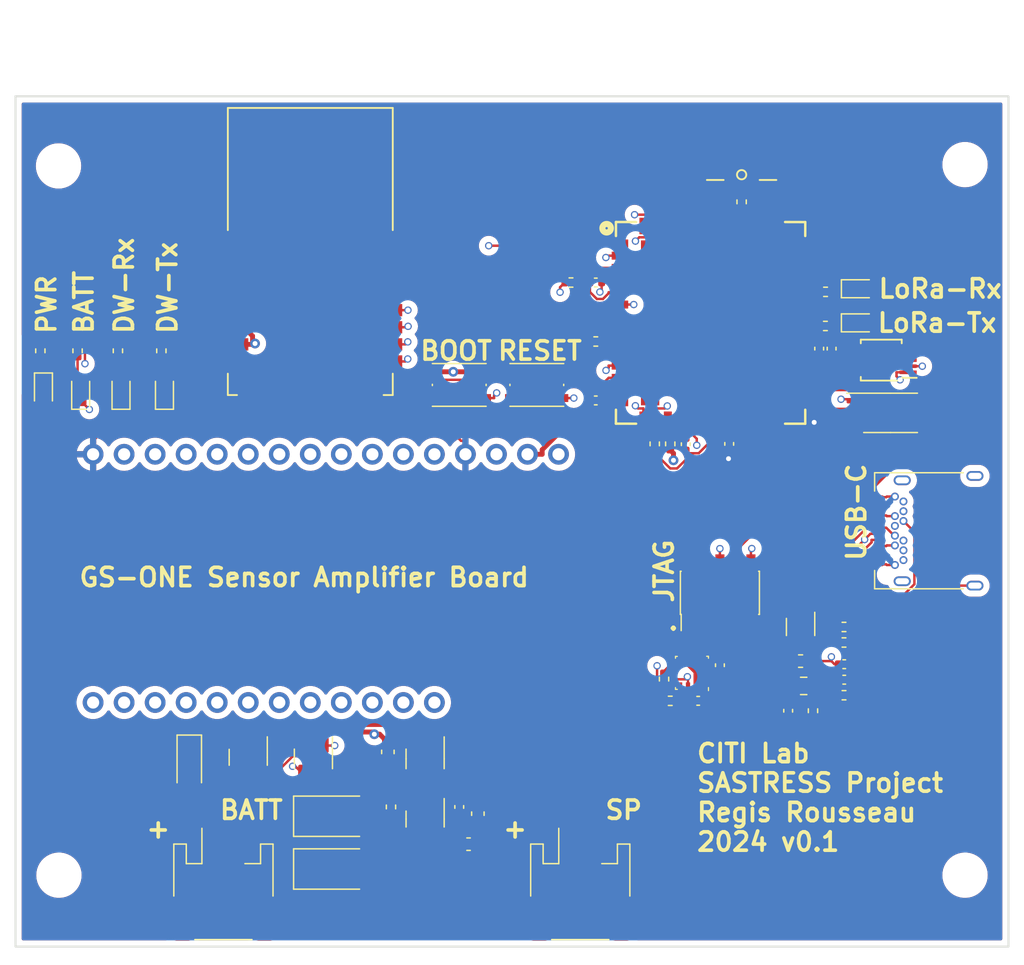
<source format=kicad_pcb>
(kicad_pcb (version 20211014) (generator pcbnew)
  (title_block (title "Lora UWB IoT Board") (date "2024-01-30") (rev "v0.1") (company "CITI Lab"))
  (layers (0 "F.Cu" signal) (1 "In1.Cu" signal) (2 "In2.Cu" signal) (31 "B.Cu" signal) (34 "B.Paste" user) (35 "F.Paste" user) (36 "B.SilkS" user "B.Silkscreen") (37 "F.SilkS" user "F.Silkscreen") (38 "B.Mask" user) (39 "F.Mask" user) (44 "Edge.Cuts" user))
  (net 0 "")
  (net 1 "GND")
  (net 2 "VBAT")
  (net 3 "+BATT")
  (net 4 "+3V3")
  (net 5 "VDD_IN")
  (net 6 "Net-(C105-Pad2)")
  (net 7 "Net-(C106-Pad1)")
  (net 8 "Net-(C107-Pad1)")
  (net 9 "NRST")
  (net 10 "Net-(D100-Pad1)")
  (net 11 "Net-(D101-Pad1)")
  (net 12 "Net-(D101-Pad2)")
  (net 13 "Net-(D102-Pad1)")
  (net 14 "VBUS")
  (net 15 "VDC")
  (net 16 "/STM32WL-MAMWLE-C1/USB_N")
  (net 19 "/STM32WL-MAMWLE-C1/USB_P")
  (net 20 "Net-(D200-Pad2)")
  (net 21 "Net-(D201-Pad2)")
  (net 22 "Net-(J102-PadA5)")
  (net 24 "Net-(J102-PadB5)")
  (net 26 "PA13_SWDIO")
  (net 27 "PA14_SWCLK")
  (net 29 "PA15_JTDI")
  (net 30 "Net-(R104-Pad1)")
  (net 31 "TXLED")
  (net 32 "RXLED")
  (net 33 "DW_IRQ")
  (net 34 "BOOTO")
  (net 35 "BME_SDA")
  (net 36 "BME_SCL")
  (net 37 "LDO_EN")
  (net 40 "DW_WAKEUP")
  (net 41 "DW_RSTn")
  (net 48 "DW_CSn")
  (net 49 "DW_MOSI")
  (net 50 "DW_MISO")
  (net 51 "DW_CLK")
  (net 53 "BME_CLK")
  (net 56 "Net-(CRC200-Pad1)")
  (net 62 "PA11_SWO")
  (net 63 "PB7_RxD1")
  (net 64 "PB6_TxD1")
  (net 65 "ADC0")
  (net 99 "Net-(D202-Pad2)")
  (net 100 "M95_CS")
  (net 101 "M95_CLK")
  (net 102 "M95_MISO")
  (net 103 "M95_MOSI")
  (net 104 "Net-(D203-Pad2)")
  (net 105 "Net-(J201-Pad1)")
  (net 106 "PC0_Tx")
  (net 107 "PC1_Rx")
  (footprint "Mounting_Holes:MountingHole_2.7mm" (layer "F.Cu") (at 58.636 139.088)
    (fp_text reference "MK3" hide)
    (fp_text value "Mounting_Hole_PAD" hide)
  )
  (footprint "Mounting_Holes:MountingHole_2.7mm" (layer "F.Cu") (at 58.6 81.03)
    (fp_text reference "MK1" hide)
    (fp_text value "Mounting_Hole_PAD" hide)
  )
  (footprint "Mounting_Holes:MountingHole_2.7mm" (layer "F.Cu") (at 132.804 80.922)
    (fp_text reference "MK2" hide)
    (fp_text value "Mounting_Hole_PAD" hide)
  )
  (footprint "Mounting_Holes:MountingHole_2.7mm" (layer "F.Cu") (at 132.804 139.088)
    (fp_text reference "MK4" hide)
    (fp_text value "Mounting_Hole_PAD" hide)
  )
  (footprint "Capacitor_SMD:C_0603_1608Metric" (layer "F.Cu") (at 92.926 134.05 -90)
    (fp_text reference "C103" hide)
    (fp_text value "10uF" hide)
  )
  (footprint "Resistor_SMD:R_0402_1005Metric" (layer "F.Cu") (at 67.018 96.162 -90)
    (fp_text reference "R201" hide)
    (fp_text value "1K5" hide)
  )
  (footprint "Connector_JST:JST_PH_S2B-PH-SM4-TB_1x02-1MP_P2.00mm_Horizontal" (layer "F.Cu") (at 101.308 139.85)
    (fp_text reference "J101" hide)
    (fp_text value "JST_PH" hide)
  )
  (footprint "Connector_PinHeader_1.27mm:PinHeader_2x05_P1.27mm_Vertical_SMD" (layer "F.Cu") (at 112.738 115.974 90)
    (fp_text reference "J200" hide)
    (fp_text value "Conn_ARM_JTAG_SWD_10" hide)
  )
  (footprint "RF_Module:DWM1000" (layer "F.Cu") (at 79.21 88.034)
    (fp_text reference "U200" hide)
    (fp_text value "DWM1000" hide)
  )
  (footprint "Capacitor_SMD:C_0402_1005Metric" (layer "F.Cu") (at 121.882 95.984 -90)
    (fp_text reference "C200" hide)
    (fp_text value "100nF" hide)
  )
  (footprint "Package_TO_SOT_SMD:SOT-363_SC-70-6" (layer "F.Cu") (at 119.342 118.768 -90)
    (fp_text reference "D105" hide)
    (fp_text value "NUP2202" hide)
  )
  (footprint "Capacitor_SMD:C_0402_1005Metric" (layer "F.Cu") (at 102.578 90.574 180)
    (fp_text reference "C201" hide)
    (fp_text value "100nF" hide)
  )
  (footprint "LED_SMD:LED_0603_1608Metric" (layer "F.Cu") (at 63.716 99.464 90)
    (fp_text reference "D200" hide)
    (fp_text value "RX-GREEN" hide)
  )
  (footprint "Capacitor_SMD:C_0402_1005Metric" (layer "F.Cu") (at 102.578 100.226)
    (fp_text reference "C204" hide)
    (fp_text value "100nF" hide)
  )
  (footprint "Package_SO:TSSOP-8_4.4x3mm_P0.65mm" (layer "F.Cu") (at 126.708 101.242)
    (fp_text reference "U204" hide)
    (fp_text value "M95M04-DRDW6TP" hide)
  )
  (footprint "sma-142-0701-851:142-0701-851" (layer "F.Cu") (at 114.516 79.6774)
    (fp_text reference "J201" hide)
    (fp_text value "CONN_001P_2-5GND_1" hide)
  )
  (footprint "Package_SO:MSOP-10_3x3mm_P0.5mm" (layer "F.Cu") (at 125.946 96.924 180)
    (fp_text reference "U202" hide)
    (fp_text value "CH340E" hide)
  )
  (footprint "Resistor_SMD:R_0402_1005Metric" (layer "F.Cu") (at 57.112 96.162 90)
    (fp_text reference "R102" hide)
    (fp_text value "1K5" hide)
  )
  (footprint "Connector_USB:USB_C_Receptacle_Amphenol_12401548E4-2A" (layer "F.Cu") (at 130.772 110.894 90)
    (fp_text reference "J102" hide)
    (fp_text value "USB_C_Receptacle_USB2.0" hide)
  )
  (footprint "Package_TO_SOT_SMD:SOT-23-5" (layer "F.Cu") (at 79.464 129.566 -90)
    (fp_text reference "U101" hide)
    (fp_text value "MCP73831" hide)
  )
  (footprint "Capacitor_SMD:C_0402_1005Metric" (layer "F.Cu") (at 109.944 103.808 90)
    (fp_text reference "C100" hide)
    (fp_text value "100nF" hide)
  )
  (footprint "LED_SMD:LED_0603_1608Metric" (layer "F.Cu") (at 60.414 99.464 90)
    (fp_text reference "D101" hide)
    (fp_text value "CH_ORANGE" hide)
  )
  (footprint "Button_Switch_SMD:SW_Push_1P1T_NO_Vertical_Wuerth_434133025816" (layer "F.Cu") (at 91.402 98.956 180)
    (fp_text reference "SW201" hide)
    (fp_text value "BOOTO" hide)
  )
  (footprint "Capacitor_SMD:C_0402_1005Metric" (layer "F.Cu") (at 118.326 125.626 -90)
    (fp_text reference "C107" hide)
    (fp_text value "100nF" hide)
  )
  (footprint "LED_SMD:LED_0603_1608Metric" (layer "F.Cu") (at 124.168 91.082)
    (fp_text reference "D202" hide)
    (fp_text value "RX-GREEN" hide)
  )
  (footprint "Package_TO_SOT_SMD:SOT-23" (layer "F.Cu") (at 74.13 129.436 -90)
    (fp_text reference "Q100" hide)
    (fp_text value "SI2323DS" hide)
  )
  (footprint "Resistor_SMD:R_0402_1005Metric" (layer "F.Cu") (at 108.674 103.78 90)
    (fp_text reference "R100" hide)
    (fp_text value "1M" hide)
  )
  (footprint "Connector_JST:JST_PH_S2B-PH-SM4-TB_1x02-1MP_P2.00mm_Horizontal" (layer "F.Cu") (at 72.098 139.85)
    (fp_text reference "J100" hide)
    (fp_text value "JST_PH" hide)
  )
  (footprint "Inductor_SMD:L_0603_1608Metric" (layer "F.Cu") (at 119.342 121.562 180)
    (fp_text reference "FB100" hide)
    (fp_text value "PZ1608D221-1R0TF" hide)
  )
  (footprint "Capacitor_SMD:C_0402_1005Metric" (layer "F.Cu") (at 120.866 95.984 90)
    (fp_text reference "C205" hide)
    (fp_text value "100nF" hide)
  )
  (footprint "LED_SMD:LED_0603_1608Metric" (layer "F.Cu") (at 57.366 99.464 -90)
    (fp_text reference "D100" hide)
    (fp_text value "PWR-RED" hide)
  )
  (footprint "Resistor_SMD:R_0402_1005Metric" (layer "F.Cu") (at 114.516 83.968 90)
    (fp_text reference "R209" hide)
    (fp_text value "0R" hide)
  )
  (footprint "Resistor_SMD:R_0402_1005Metric" (layer "F.Cu") (at 102.578 95.4 180)
    (fp_text reference "R202" hide)
    (fp_text value "1K5" hide)
  )
  (footprint "LED_SMD:LED_0603_1608Metric" (layer "F.Cu") (at 67.272 99.464 90)
    (fp_text reference "D201" hide)
    (fp_text value "TX-BLUE" hide)
  )
  (footprint "Button_Switch_SMD:SW_Push_1P1T_NO_Vertical_Wuerth_434133025816" (layer "F.Cu") (at 97.752 98.956)
    (fp_text reference "SW200" hide)
    (fp_text value "RESET" hide)
  )
  (footprint "Resistor_SMD:R_0402_1005Metric" (layer "F.Cu") (at 122.898 124.356)
    (fp_text reference "R106" hide)
    (fp_text value "1M" hide)
  )
  (footprint "Capacitor_SMD:C_0603_1608Metric" (layer "F.Cu") (at 92.164 136.548)
    (fp_text reference "C104" hide)
    (fp_text value "10uF" hide)
  )
  (footprint "Resistor_SMD:R_0402_1005Metric" (layer "F.Cu") (at 121.374 94.13)
    (fp_text reference "R207" hide)
    (fp_text value "1K5" hide)
  )
  (footprint "Diode_SMD:D_SMA" (layer "F.Cu") (at 81.242 134.262)
    (fp_text reference "D102" hide)
    (fp_text value "SS14" hide)
  )
  (footprint "Capacitor_SMD:C_0402_1005Metric" (layer "F.Cu") (at 122.916 123.086)
    (fp_text reference "C105" hide)
    (fp_text value "10nF" hide)
  )
  (footprint "Resistor_SMD:R_0402_1005Metric" (layer "F.Cu") (at 120.358 125.624 -90)
    (fp_text reference "R105" hide)
    (fp_text value "100K" hide)
  )
  (footprint "Resistor_SMD:R_0402_1005Metric" (layer "F.Cu") (at 108.674 124.814)
    (fp_text reference "R205" hide)
    (fp_text value "5K1" hide)
  )
  (footprint "pgb1010402:PGB1010402KR" (layer "F.Cu") (at 112.738 84.222 180)
    (fp_text reference "CRC200" hide)
    (fp_text value "PGB1010402" hide)
  )
  (footprint "LED_SMD:LED_0603_1608Metric" (layer "F.Cu") (at 124.168 93.876)
    (fp_text reference "D203" hide)
    (fp_text value "TX-BLUE" hide)
  )
  (footprint "Capacitor_SMD:C_0402_1005Metric" (layer "F.Cu") (at 112.738 121.898 -90)
    (fp_text reference "C202" hide)
    (fp_text value "100nF" hide)
  )
  (footprint "Capacitor_SMD:C_0402_1005Metric" (layer "F.Cu") (at 113.5 103.782 -90)
    (fp_text reference "C206" hide)
    (fp_text value "100nF" hide)
  )
  (footprint "Diode_SMD:D_SOD-123" (layer "F.Cu") (at 69.304 129.866 -90)
    (fp_text reference "D104" hide)
    (fp_text value "B5819W" hide)
  )
  (footprint "Capacitor_SMD:C_0603_1608Metric" (layer "F.Cu") (at 85.56 128.996 -90)
    (fp_text reference "C101" hide)
    (fp_text value "10uF" hide)
  )
  (footprint "Resistor_SMD:R_0402_1005Metric" (layer "F.Cu") (at 107.404 103.78 -90)
    (fp_text reference "R101" hide)
    (fp_text value "1M" hide)
  )
  (footprint "Capacitor_SMD:C_0402_1005Metric" (layer "F.Cu") (at 91.402 133.5 -90)
    (fp_text reference "C102" hide)
    (fp_text value "100nF" hide)
  )
  (footprint "MAMWLExx:MAMWLExx" (layer "F.Cu") (at 111.976 93.876)
    (fp_text reference "U201" hide)
    (fp_text value "MAMWLExx" hide)
  )
  (footprint "Package_LGA:Bosch_LGA-8_2.5x2.5mm_P0.65mm_ClockwisePinNumbering" (layer "F.Cu") (at 110.452 122.528 180)
    (fp_text reference "U203" hide)
    (fp_text value "BME280" hide)
  )
  (footprint "Diode_SMD:D_SMA" (layer "F.Cu") (at 81.242 138.58)
    (fp_text reference "D103" hide)
    (fp_text value "SS14" hide)
  )
  (footprint "Resistor_SMD:R_0402_1005Metric" (layer "F.Cu") (at 121.386 91.336)
    (fp_text reference "R206" hide)
    (fp_text value "1k5" hide)
  )
  (footprint "Resistor_SMD:R_0402_1005Metric" (layer "F.Cu") (at 85.814 133.5 90)
    (fp_text reference "R104" hide)
    (fp_text value "4K7" hide)
  )
  (footprint "Fuse:Fuse_0805_2012Metric" (layer "F.Cu") (at 119.596 123.594)
    (fp_text reference "F101" hide)
    (fp_text value "0.75A" hide)
  )
  (footprint "Resistor_SMD:R_0402_1005Metric" (layer "F.Cu") (at 100.548 90.574)
    (fp_text reference "R203" hide)
    (fp_text value "100K" hide)
  )
  (footprint "Resistor_SMD:R_0402_1005Metric" (layer "F.Cu") (at 122.896 120.038)
    (fp_text reference "R107" hide)
    (fp_text value "5K1" hide)
  )
  (footprint "Resistor_SMD:R_0402_1005Metric" (layer "F.Cu") (at 108.166 123.036 90)
    (fp_text reference "R204" hide)
    (fp_text value "5K1" hide)
  )
  (footprint "Capacitor_SMD:C_0402_1005Metric" (layer "F.Cu") (at 122.916 121.816)
    (fp_text reference "C106" hide)
    (fp_text value "10nF" hide)
  )
  (footprint "Package_TO_SOT_SMD:SOT-23" (layer "F.Cu") (at 88.608 134.49 -90)
    (fp_text reference "U100" hide)
    (fp_text value "TPS3809K33D" hide)
  )
  (footprint "Resistor_SMD:R_0402_1005Metric" (layer "F.Cu") (at 122.896 118.768)
    (fp_text reference "R108" hide)
    (fp_text value "5K1" hide)
  )
  (footprint "Resistor_SMD:R_0402_1005Metric" (layer "F.Cu") (at 63.462 96.162 -90)
    (fp_text reference "R200" hide)
    (fp_text value "1k5" hide)
  )
  (footprint "penguino_v1:Feather-Generic-no-holes" (layer "F.Cu") (at 105.88 103.3615 -90)
    (fp_text reference "U300" hide)
    (fp_text value "Feather-Generic")
  )
  (footprint "Capacitor_SMD:C_0402_1005Metric" (layer "F.Cu") (at 110.96 124.814)
    (fp_text reference "C203" hide)
    (fp_text value "100nF" hide)
  )
  (footprint "Resistor_SMD:R_0402_1005Metric" (layer "F.Cu") (at 60.16 96.162 -90)
    (fp_text reference "R103" hide)
    (fp_text value "1K5" hide)
  )
  (footprint "Package_TO_SOT_SMD:TSOT-23-5" (layer "F.Cu") (at 88.608 129.566 -90)
    (fp_text reference "U102" hide)
    (fp_text value "RT9078-33GJ5" hide)
  )
  (gr_rect (start 55.08 75.334) (end 136.36 144.93) (layer "Edge.Cuts") (width 0.15) (fill none))
  (gr_text "+" (at 66.764 135.278) (layer "F.SilkS") (effects (font (size 1.5 1.5) (thickness 0.3))))
  (gr_text "SP" (at 104.864 133.754) (layer "F.SilkS") (effects (font (size 1.5 1.5) (thickness 0.3))))
  (gr_text "DW-Rx" (at 63.97 90.828 90) (layer "F.SilkS") (effects (font (size 1.5 1.5) (thickness 0.3))))
  (gr_text "." (at 108.928 118.26) (layer "F.SilkS") (effects (font (size 1.5 1.5) (thickness 0.3))))
  (gr_text "RESET" (at 98.006 96.162) (layer "F.SilkS") (effects (font (size 1.5 1.5) (thickness 0.3))))
  (gr_text "JTAG" (at 108.166 114.196 90) (layer "F.SilkS") (effects (font (size 1.5 1.5) (thickness 0.3))))
  (gr_text "+" (at 95.974 135.278) (layer "F.SilkS") (effects (font (size 1.5 1.5) (thickness 0.3))))
  (gr_text "BOOT" (at 91.148 96.162) (layer "F.SilkS") (effects (font (size 1.5 1.5) (thickness 0.3))))
  (gr_text "CITI Lab\nSASTRESS Project\nRegis Rousseau\n2024 v0.1" (at 110.706 132.738) (layer "F.SilkS") (effects (font (size 1.5 1.5) (thickness 0.3)) (justify left)))
  (gr_text "USB-C" (at 123.914 109.37 90) (layer "F.SilkS") (effects (font (size 1.5 1.5) (thickness 0.3))))
  (gr_text "DW-Tx" (at 67.526 91.006572 90) (layer "F.SilkS") (effects (font (size 1.5 1.5) (thickness 0.3))))
  (gr_text "BATT" (at 74.384 133.754) (layer "F.SilkS") (effects (font (size 1.5 1.5) (thickness 0.3))))
  (gr_text "PWR" (at 57.62 92.363714 90) (layer "F.SilkS") (effects (font (size 1.5 1.5) (thickness 0.3))))
  (gr_text "GS-ONE Sensor Amplifier Board" (at 78.702 114.704) (layer "F.SilkS") (effects (font (size 1.5 1.5) (thickness 0.3))))
  (gr_text "LoRa-Rx" (at 130.772 91.082) (layer "F.SilkS") (effects (font (size 1.5 1.5) (thickness 0.3))))
  (gr_text "BATT" (at 60.668 92.185143 90) (layer "F.SilkS") (effects (font (size 1.5 1.5) (thickness 0.3))))
  (gr_text "LoRa-Tx" (at 130.518 93.876) (layer "F.SilkS") (effects (font (size 1.5 1.5) (thickness 0.3))))
  (segment (start 112.7275 118.26) (end 111.468 118.26) (width 0.2) (layer "F.Cu") (net 1))
  (segment (start 125.752 108.144) (end 125.1517 108.144) (width 0.2) (layer "F.Cu") (net 1))
  (segment (start 89.9855 133.98) (end 89.558 133.5525) (width 0.2) (layer "F.Cu") (net 1))
  (segment (start 120.61 126.134) (end 120.358 126.134) (width 0.2) (layer "F.Cu") (net 1))
  (segment (start 107.026 99.876) (end 107.026 98.8757) (width 0.2) (layer "F.Cu") (net 1))
  (segment (start 110.1345 82.6328) (end 110.1746 82.6328) (width 0.2) (layer "F.Cu") (net 1))
  (segment (start 101.0801 135.1739) (end 100.9047 134.9985) (width 0.2) (layer "F.Cu") (net 1))
  (segment (start 118.8975 79.8425) (end 118.8975 82.6328) (width 0.2) (layer "F.Cu") (net 1))
  (segment (start 113.851 99.876) (end 114.6263 99.876) (width 0.2) (layer "F.Cu") (net 1))
  (segment (start 112.476 86.7263) (end 112.621 86.8713) (width 0.2) (layer "F.Cu") (net 1))
  (segment (start 123.408 124.356) (end 122.484 124.356) (width 0.2) (layer "F.Cu") (net 1))
  (segment (start 106.5263 98.376) (end 105.4813 98.376) (width 0.2) (layer "F.Cu") (net 1))
  (segment (start 118.4263 96.376) (end 117.9263 96.876) (width 0.2) (layer "F.Cu") (net 1))
  (segment (start 119.396 96.376) (end 118.4707 96.376) (width 0.2) (layer "F.Cu") (net 1))
  (segment (start 113.6216 100.8807) (end 113.626 100.8763) (width 0.2) (layer "F.Cu") (net 1))
  (segment (start 112.7275 118.5735) (end 113.5283 119.3743) (width 0.2) (layer "F.Cu") (net 1))
  (segment (start 114.6263 99.876) (end 116.926 99.876) (width 0.2) (layer "F.Cu") (net 1))
  (segment (start 85.56 129.4688) (end 80.135 129.4688) (width 0.2) (layer "F.Cu") (net 1))
  (segment (start 107.026 87.876) (end 109.3257 87.876) (width 0.2) (layer "F.Cu") (net 1))
  (segment (start 112.738 122.378) (end 113.3307 121.7853) (width 0.2) (layer "F.Cu") (net 1))
  (segment (start 109.944 104.288) (end 110.2047 104.5487) (width 0.2) (layer "F.Cu") (net 1))
  (segment (start 102.068 95.4) (end 100.6023 96.8657) (width 0.2) (layer "F.Cu") (net 1))
  (segment (start 113.5283 119.3743) (end 114.5213 119.3743) (width 0.2) (layer "F.Cu") (net 1))
  (segment (start 84.1223 88.6352) (end 84.0347 88.6352) (width 0.2) (layer "F.Cu") (net 1))
  (segment (start 113.3307 120.839) (end 113.3307 119.5719) (width 0.2) (layer "F.Cu") (net 1))
  (segment (start 119.5693 102.0191) (end 120.455 102.0191) (width 0.2) (layer "F.Cu") (net 1))
  (segment (start 113.5 104.9365) (end 113.5 104.262) (width 0.2) (layer "F.Cu") (net 1))
  (segment (start 118.8975 82.6328) (end 117.476 84.0543) (width 0.2) (layer "F.Cu") (net 1))
  (segment (start 123.396 120.6344) (end 123.396 121.816) (width 0.2) (layer "F.Cu") (net 1))
  (segment (start 112.476 86.7263) (end 112.476 85.946) (width 0.2) (layer "F.Cu") (net 1))
  (segment (start 91.402 133.98) (end 89.9855 133.98) (width 0.2) (layer "F.Cu") (net 1))
  (segment (start 112.2808 84.222) (end 112.2808 84.7517) (width 0.2) (layer "F.Cu") (net 1))
  (segment (start 116.0571 86.7837) (end 115.476 86.7837) (width 0.2) (layer "F.Cu") (net 1))
  (segment (start 117.9263 100.3761) (end 119.5693 102.0191) (width 0.2) (layer "F.Cu") (net 1))
  (segment (start 107.026 87.876) (end 107.026 89.8757) (width 0.2) (layer "F.Cu") (net 1))
  (segment (start 110.9984 104.5487) (end 110.2047 104.5487) (width 0.2) (layer "F.Cu") (net 1))
  (segment (start 114.6263 87.6334) (end 114.6263 87.876) (width 0.2) (layer "F.Cu") (net 1))
  (segment (start 80.135 129.4688) (end 79.464 128.7978) (width 0.2) (layer "F.Cu") (net 1))
  (segment (start 123.9288 120.4013) (end 123.6957 120.6344) (width 0.2) (layer "F.Cu") (net 1))
  (segment (start 127.1957 94.3456) (end 127.1957 96.924) (width 0.2) (layer "F.Cu") (net 1))
  (segment (start 126.4023 108.094) (end 126.3523 108.144) (width 0.2) (layer "F.Cu") (net 1))
  (segment (start 99.827 97.881) (end 100.6023 97.881) (width 0.2) (layer "F.Cu") (net 1))
  (segment (start 101.0801 135.7721) (end 102.308 137) (width 0.2) (layer "F.Cu") (net 1))
  (segment (start 111.3263 87.876) (end 112.476 86.7263) (width 0.2) (layer "F.Cu") (net 1))
  (segment (start 84.0347 88.6352) (end 84.0347 91.4352) (width 0.2) (layer "F.Cu") (net 1))
  (segment (start 108.674 105.7926) (end 107.404 104.5226) (width 0.2) (layer "F.Cu") (net 1))
  (segment (start 101.058 90.574) (end 102.098 90.574) (width 0.2) (layer "F.Cu") (net 1))
  (segment (start 107.026 90.876) (end 107.026 89.8757) (width 0.2) (layer "F.Cu") (net 1))
  (segment (start 112.2808 84.222) (end 111.7638 84.222) (width 0.2) (layer "F.Cu") (net 1))
  (segment (start 72.91 97.0352) (end 70.4126 97.0352) (width 0.2) (layer "F.Cu") (net 1))
  (segment (start 117.9263 99.876) (end 117.9263 100.3761) (width 0.2) (layer "F.Cu") (net 1))
  (segment (start 122.477 118.768) (end 123.112 119.403) (width 0.2) (layer "F.Cu") (net 1))
  (segment (start 107.026 93.876) (end 107.026 96.876) (width 0.2) (layer "F.Cu") (net 1))
  (segment (start 111.8523 123.553) (end 111.8523 123.2637) (width 0.2) (layer "F.Cu") (net 1))
  (segment (start 62.9834 95.1268) (end 62.8002 95.31) (width 0.2) (layer "F.Cu") (net 1))
  (segment (start 113.3307 119.5719) (end 113.5283 119.3743) (width 0.2) (layer "F.Cu") (net 1))
  (segment (start 111.427 124.0533) (end 111.44 124.0663) (width 0.2) (layer "F.Cu") (net 1))
  (segment (start 107.026 98.8757) (end 106.5263 98.376) (width 0.2) (layer "F.Cu") (net 1))
  (segment (start 111.8523 123.2637) (end 112.738 122.378) (width 0.2) (layer "F.Cu") (net 1))
  (segment (start 107.026 97.8763) (end 106.5263 98.376) (width 0.2) (layer "F.Cu") (net 1))
  (segment (start 85.814 132.99) (end 85.56 132.736) (width 0.2) (layer "F.Cu") (net 1))
  (segment (start 83.0775 96.8224) (end 84.11 97.8549) (width 0.2) (layer "F.Cu") (net 1))
  (segment (start 62.6013 95.1111) (end 57.6529 95.1111) (width 0.2) (layer "F.Cu") (net 1))
  (segment (start 119.7871 124.6449) (end 118.326 126.106) (width 0.2) (layer "F.Cu") (net 1))
  (segment (start 115.476 86.7837) (end 114.6263 87.6334) (width 0.2) (layer "F.Cu") (net 1))
  (segment (start 112.331 100.8807) (end 112.476 100.8807) (width 0.2) (layer "F.Cu") (net 1))
  (segment (start 102.098 91.3483) (end 102.6713 91.9216) (width 0.2) (layer "F.Cu") (net 1))
  (segment (start 115.278 118.3934) (end 119.3419 118.3934) (width 0.2) (layer "F.Cu") (net 1))
  (segment (start 119.342 117.818) (end 119.342 118.3933) (width 0.2) (layer "F.Cu") (net 1))
  (segment (start 83.0775 96.8224) (end 83.0775 92.3924) (width 0.2) (layer "F.Cu") (net 1))
  (segment (start 123.396 121.816) (end 122.281 122.931) (width 0.2) (layer "F.Cu") (net 1))
  (segment (start 107.026 96.876) (end 107.026 97.8763) (width 0.2) (layer "F.Cu") (net 1))
  (segment (start 121.9886 122.6386) (end 120.0399 122.6386) (width 0.2) (layer "F.Cu") (net 1))
  (segment (start 110.777 121.503) (end 110.777 121.0027) (width 0.2) (layer "F.Cu") (net 1))
  (segment (start 123.396 120.6344) (end 122.9824 120.6344) (width 0.2) (layer "F.Cu") (net 1))
  (segment (start 113.3307 121.7853) (end 113.3307 120.839) (width 0.2) (layer "F.Cu") (net 1))
  (segment (start 125.752 108.144) (end 126.3523 108.144) (width 0.2) (layer "F.Cu") (net 1))
  (segment (start 127.062 108.094) (end 126.4023 108.094) (width 0.2) (layer "F.Cu") (net 1))
  (segment (start 116.476 85.4833) (end 116.9386 85.0207) (width 0.2) (layer "F.Cu") (net 1))
  (segment (start 123.6476 102.0191) (end 123.8455 102.217) (width 0.2) (layer "F.Cu") (net 1))
  (segment (start 119.7871 122.8914) (end 119.7871 124.6449) (width 0.2) (layer "F.Cu") (net 1))
  (segment (start 100.9047 134.9985) (end 93.0995 134.9985) (width 0.2) (layer "F.Cu") (net 1))
  (segment (start 107.404 104.5226) (end 107.404 104.29) (width 0.2) (layer "F.Cu") (net 1))
  (segment (start 68.5042 95.1268) (end 62.9834 95.1268) (width 0.2) (layer "F.Cu") (net 1))
  (segment (start 86.3849 134.5686) (end 86.3849 133.5609) (width 0.2) (layer "F.Cu") (net 1))
  (segment (start 104.556 91.376) (end 107.026 91.376) (width 0.2) (layer "F.Cu") (net 1))
  (segment (start 125.752 113.644) (end 125.1517 113.644) (width 0.2) (layer "F.Cu") (net 1))
  (segment (start 95.677 97.881) (end 94.9017 97.881) (width 0.2) (layer "F.Cu") (net 1))
  (segment (start 102.364 99.6427) (end 100.6023 97.881) (width 0.2) (layer "F.Cu") (net 1))
  (segment (start 111.44 124.814) (end 101.0801 135.1739) (width 0.2) (layer "F.Cu") (net 1))
  (segment (start 115.476 85.946) (end 115.476 86.7837) (width 0.2) (layer "F.Cu") (net 1))
  (segment (start 86.6722 128.1731) (end 86.6722 128.3566) (width 0.2) (layer "F.Cu") (net 1))
  (segment (start 116.926 86.8757) (end 116.4456 86.3952) (width 0.2) (layer "F.Cu") (net 1))
  (segment (start 109.2288 105.7926) (end 108.674 105.7926) (width 0.2) (layer "F.Cu") (net 1))
  (segment (start 92.247 134.825) (end 91.402 133.98) (width 0.2) (layer "F.Cu") (net 1))
  (segment (start 123.3805 93.2474) (end 123.3805 93.876) (width 0.2) (layer "F.Cu") (net 1))
  (segment (start 116.926 96.876) (end 116.926 97.8763) (width 0.2) (layer "F.Cu") (net 1))
  (segment (start 88.5509 100.5362) (end 88.2816 100.8055) (width 0.2) (layer "F.Cu") (net 1))
  (segment (start 116.926 96.876) (end 116.926 95.8757) (width 0.2) (layer "F.Cu") (net 1))
  (segment (start 110.2047 104.5487) (end 110.2047 104.8167) (width 0.2) (layer "F.Cu") (net 1))
  (segment (start 104.556 98.376) (end 103.6307 98.376) (width 0.2) (layer "F.Cu") (net 1))
  (segment (start 89.5501 98.5377) (end 88.5509 99.5369) (width 0.2) (layer "F.Cu") (net 1))
  (segment (start 122.9824 120.6344) (end 122.386 120.038) (width 0.2) (layer "F.Cu") (net 1))
  (segment (start 123.9288 119.6946) (end 123.9288 120.4013) (width 0.2) (layer "F.Cu") (net 1))
  (segment (start 102.364 99.6427) (end 102.098 99.9087) (width 0.2) (layer "F.Cu") (net 1))
  (segment (start 78.9198 129.342) (end 79.464 128.7978) (width 0.2) (layer "F.Cu") (net 1))
  (segment (start 122.477 118.768) (end 122.477 116.3187) (width 0.2) (layer "F.Cu") (net 1))
  (segment (start 84.11 99.3302) (end 84.11 100.8055) (width 0.2) (layer "F.Cu") (net 1))
  (segment (start 84.0347 87.2352) (end 84.0347 88.6352) (width 0.2) (layer "F.Cu") (net 1))
  (segment (start 83.0775 92.3924) (end 84.0347 91.4352) (width 0.2) (layer "F.Cu") (net 1))
  (segment (start 112.476 101.806) (end 112.476 103.0711) (width 0.2) (layer "F.Cu") (net 1))
  (segment (start 87.3504 127.4949) (end 86.6722 128.1731) (width 0.2) (layer "F.Cu") (net 1))
  (segment (start 112.476 101.806) (end 112.476 100.8807) (width 0.2) (layer "F.Cu") (net 1))
  (segment (start 113.626 99.876) (end 113.626 100.8763) (width 0.2) (layer "F.Cu") (net 1))
  (segment (start 103.6307 91.4515) (end 103.6307 91.376) (width 0.2) (layer "F.Cu") (net 1))
  (segment (start 119.342 113.9537) (end 125.1517 108.144) (width 0.2) (layer "F.Cu") (net 1))
  (segment (start 102.098 99.9087) (end 102.098 100.226) (width 0.2) (layer "F.Cu") (net 1))
  (segment (start 94.245 98.5377) (end 89.5501 98.5377) (width 0.2) (layer "F.Cu") (net 1))
  (segment (start 124.4632 92.1647) (end 125.0148 92.1647) (width 0.2) (layer "F.Cu") (net 1))
  (segment (start 110.1345 79.8425) (end 110.1345 82.6328) (width 0.2) (layer "F.Cu") (net 1))
  (segment (start 123.6372 119.403) (end 123.9288 119.6946) (width 0.2) (layer "F.Cu") (net 1))
  (segment (start 70.4126 97.0352) (end 68.5042 95.1268) (width 0.2) (layer "F.Cu") (net 1))
  (segment (start 110.1746 82.6328) (end 111.7638 84.222) (width 0.2) (layer "F.Cu") (net 1))
  (segment (start 88.0414 127.4949) (end 87.3504 127.4949) (width 0.2) (layer "F.Cu") (net 1))
  (segment (start 84.11 99.3302) (end 84.11 97.8549) (width 0.2) (layer "F.Cu") (net 1))
  (segment (start 99.827 97.881) (end 95.677 97.881) (width 0.2) (layer "F.Cu") (net 1))
  (segment (start 102.098 90.574) (end 102.098 91.3483) (width 0.2) (layer "F.Cu") (net 1))
  (segment (start 111.3263 99.876) (end 112.331 100.8807) (width 0.2) (layer "F.Cu") (net 1))
  (segment (start 111.427 123.553) (end 111.427 124.0533) (width 0.2) (layer "F.Cu") (net 1))
  (segment (start 119.396 96.376) (end 120.778 96.376) (width 0.2) (layer "F.Cu") (net 1))
  (segment (start 113.3307 120.839) (end 110.9407 120.839) (width 0.2) (layer "F.Cu") (net 1))
  (segment (start 86.3849 133.5609) (end 85.814 132.99) (width 0.2) (layer "F.Cu") (net 1))
  (segment (start 116.926 87.876) (end 116.926 86.8757) (width 0.2) (layer "F.Cu") (net 1))
  (segment (start 72.91 97.0352) (end 74.3853 97.0352) (width 0.2) (layer "F.Cu") (net 1))
  (segment (start 92.926 134.825) (end 92.247 134.825) (width 0.2) (layer "F.Cu") (net 1))
  (segment (start 113.476 87.501) (end 113.476 86.8713) (width 0.2) (layer "F.Cu") (net 1))
  (segment (start 110.326 99.876) (end 111.3263 99.876) (width 0.2) (layer "F.Cu") (net 1))
  (segment (start 125.6613 90.6359) (end 120.5087 85.4833) (width 0.2) (layer "F.Cu") (net 1))
  (segment (start 116.926 99.876) (end 117.9263 99.876) (width 0.2) (layer "F.Cu") (net 1))
  (segment (start 92.2108 137.2762) (end 89.0925 137.2762) (width 0.2) (layer "F.Cu") (net 1))
  (segment (start 126.4023 113.694) (end 126.3523 113.644) (width 0.2) (layer "F.Cu") (net 1))
  (segment (start 125.0148 92.1647) (end 127.1957 94.3456) (width 0.2) (layer "F.Cu") (net 1))
  (segment (start 73.098 137) (end 73.098 134.0228) (width 0.2) (layer "F.Cu") (net 1))
  (segment (start 113.851 87.876) (end 114.6263 87.876) (width 0.2) (layer "F.Cu") (net 1))
  (segment (start 63.3791 101.5821) (end 61.43 103.5312) (width 0.2) (layer "F.Cu") (net 1))
  (segment (start 88.5509 99.5369) (end 88.5509 100.5362) (width 0.2) (layer "F.Cu") (net 1))
  (segment (start 112.621 86.8713) (end 113.476 86.8713) (width 0.2) (layer "F.Cu") (net 1))
  (segment (start 116.926 90.876) (end 116.926 87.876) (width 0.2) (layer "F.Cu") (net 1))
  (segment (start 89.0925 137.2762) (end 86.3849 134.5686) (width 0.2) (layer "F.Cu") (net 1))
  (segment (start 112.476 100.8807) (end 113.6216 100.8807) (width 0.2) (layer "F.Cu") (net 1))
  (segment (start 62.8002 95.31) (end 62.6013 95.1111) (width 0.2) (layer "F.Cu") (net 1))
  (segment (start 85.51 88.6352) (end 84.1223 88.6352) (width 0.2) (layer "F.Cu") (net 1))
  (segment (start 86.6722 128.3566) (end 85.56 129.4688) (width 0.2) (layer "F.Cu") (net 1))
  (segment (start 116.926 90.876) (end 116.926 93.876) (width 0.2) (layer "F.Cu") (net 1))
  (segment (start 91.91 104.6315) (end 91.91 103.5312) (width 0.2) (layer "F.Cu") (net 1))
  (segment (start 107.026 91.376) (end 107.026 93.876) (width 0.2) (layer "F.Cu") (net 1))
  (segment (start 122.477 116.3187) (end 125.1517 113.644) (width 0.2) (layer "F.Cu") (net 1))
  (segment (start 92.939 136.548) (end 92.2108 137.2762) (width 0.2) (layer "F.Cu") (net 1))
  (segment (start 114.5213 119.3743) (end 115.278 118.6176) (width 0.2) (layer "F.Cu") (net 1))
  (segment (start 102.6713 91.9216) (end 103.1606 91.9216) (width 0.2) (layer "F.Cu") (net 1))
  (segment (start 123.3805 91.082) (end 124.4632 92.1647) (width 0.2) (layer "F.Cu") (net 1))
  (segment (start 127.062 113.694) (end 126.4023 113.694) (width 0.2) (layer "F.Cu") (net 1))
  (segment (start 67.272 100.2515) (end 63.716 100.2515) (width 0.2) (layer "F.Cu") (net 1))
  (segment (start 123.112 119.403) (end 123.6372 119.403) (width 0.2) (layer "F.Cu") (net 1))
  (segment (start 61.43 104.6315) (end 61.43 103.5312) (width 0.2) (layer "F.Cu") (net 1))
  (segment (start 85.51 87.2352) (end 84.0347 87.2352) (width 0.2) (layer "F.Cu") (net 1))
  (segment (start 120.0399 122.6386) (end 119.7871 122.8914) (width 0.2) (layer "F.Cu") (net 1))
  (segment (start 124.4632 92.1647) (end 123.3805 93.2474) (width 0.2) (layer "F.Cu") (net 1))
  (segment (start 74.5981 96.8224) (end 83.0775 96.8224) (width 0.2) (layer "F.Cu") (net 1))
  (segment (start 110.326 87.876) (end 111.3263 87.876) (width 0.2) (layer "F.Cu") (net 1))
  (segment (start 111.427 123.553) (end 111.8523 123.553) (width 0.2) (layer "F.Cu") (net 1))
  (segment (start 116.926 99.876) (end 116.926 97.8763) (width 0.2) (layer "F.Cu") (net 1))
  (segment (start 103.1606 91.9216) (end 103.6307 91.4515) (width 0.2) (layer "F.Cu") (net 1))
  (segment (start 104.556 98.376) (end 105.4813 98.376) (width 0.2) (layer "F.Cu") (net 1))
  (segment (start 63.3791 100.2515) (end 63.3791 101.5821) (width 0.2) (layer "F.Cu") (net 1))
  (segment (start 103.6307 98.376) (end 102.364 99.6427) (width 0.2) (layer "F.Cu") (net 1))
  (segment (start 104.556 91.376) (end 103.6307 91.376) (width 0.2) (layer "F.Cu") (net 1))
  (segment (start 110.2047 104.8167) (end 109.2288 105.7926) (width 0.2) (layer "F.Cu") (net 1))
  (segment (start 119.3419 118.3934) (end 119.342 118.3933) (width 0.2) (layer "F.Cu") (net 1))
  (segment (start 125.752 113.644) (end 126.3523 113.644) (width 0.2) (layer "F.Cu") (net 1))
  (segment (start 116.926 96.876) (end 117.9263 96.876) (width 0.2) (layer "F.Cu") (net 1))
  (segment (start 88.2816 100.8055) (end 84.11 100.8055) (width 0.2) (layer "F.Cu") (net 1))
  (segment (start 116.926 93.876) (end 116.926 95.8757) (width 0.2) (layer "F.Cu") (net 1))
  (segment (start 122.281 122.931) (end 121.9886 122.6386) (width 0.2) (layer "F.Cu") (net 1))
  (segment (start 118.4707 96.376) (end 118.4263 96.376) (width 0.2) (layer "F.Cu") (net 1))
  (segment (start 73.098 134.0228) (end 77.7788 129.342) (width 0.2) (layer "F.Cu") (net 1))
  (segment (start 112.476 103.0711) (end 110.9984 104.5487) (width 0.2) (layer "F.Cu") (net 1))
  (segment (start 116.9386 85.0207) (end 117.476 85.0207) (width 0.2) (layer "F.Cu") (net 1))
  (segment (start 120.5087 85.4833) (end 117.476 85.4833) (width 0.2) (layer "F.Cu") (net 1))
  (segment (start 93.0995 134.9985) (end 93.0995 136.3875) (width 0.2) (layer "F.Cu") (net 1))
  (segment (start 110.9407 120.839) (end 110.777 121.0027) (width 0.2) (layer "F.Cu") (net 1))
  (segment (start 128.146 96.924) (end 127.1957 96.924) (width 0.2) (layer "F.Cu") (net 1))
  (segment (start 111.44 124.0663) (end 111.44 124.814) (width 0.2) (layer "F.Cu") (net 1))
  (segment (start 113.4428 104.9937) (end 113.5 104.9365) (width 0.2) (layer "F.Cu") (net 1))
  (segment (start 85.56 132.736) (end 85.56 129.771) (width 0.2) (layer "F.Cu") (net 1))
  (segment (start 94.9017 97.881) (end 94.245 98.5377) (width 0.2) (layer "F.Cu") (net 1))
  (segment (start 91.5459 103.5312) (end 91.91 103.5312) (width 0.2) (layer "F.Cu") (net 1))
  (segment (start 77.7788 129.342) (end 78.9198 129.342) (width 0.2) (layer "F.Cu") (net 1))
  (segment (start 112.476 84.9469) (end 112.2808 84.7517) (width 0.2) (layer "F.Cu") (net 1))
  (segment (start 120.866 96.464) (end 121.882 96.464) (width 0.2) (layer "F.Cu") (net 1))
  (segment (start 125.0148 92.1647) (end 125.6613 91.5182) (width 0.2) (layer "F.Cu") (net 1))
  (segment (start 117.476 85.4833) (end 117.476 85.0207) (width 0.2) (layer "F.Cu") (net 1))
  (segment (start 123.6957 120.6344) (end 123.396 120.6344) (width 0.2) (layer "F.Cu") (net 1))
  (segment (start 100.6023 96.8657) (end 100.6023 97.881) (width 0.2) (layer "F.Cu") (net 1))
  (segment (start 112.476 85.946) (end 112.476 84.9469) (width 0.2) (layer "F.Cu") (net 1))
  (segment (start 116.4456 86.3952) (end 116.0571 86.7837) (width 0.2) (layer "F.Cu") (net 1))
  (segment (start 101.0801 135.1739) (end 101.0801 135.7721) (width 0.2) (layer "F.Cu") (net 1))
  (segment (start 85.51 91.4352) (end 84.0347 91.4352) (width 0.2) (layer "F.Cu") (net 1))
  (segment (start 113.476 85.946) (end 113.476 86.8713) (width 0.2) (layer "F.Cu") (net 1))
  (segment (start 74.3853 97.0352) (end 74.5981 96.8224) (width 0.2) (layer "F.Cu") (net 1))
  (segment (start 122.388 124.356) (end 120.61 126.134) (width 0.2) (layer "F.Cu") (net 1))
  (segment (start 125.6613 91.5182) (end 125.6613 90.6359) (width 0.2) (layer "F.Cu") (net 1))
  (segment (start 88.5509 100.5362) (end 91.5459 103.5312) (width 0.2) (layer "F.Cu") (net 1))
  (segment (start 122.436 123.086) (end 122.436 124.308) (width 0.2) (layer "F.Cu") (net 1))
  (segment (start 117.476 84.0543) (end 117.476 85.0207) (width 0.2) (layer "F.Cu") (net 1))
  (segment (start 57.6529 95.1111) (end 57.112 95.652) (width 0.2) (layer "F.Cu") (net 1))
  (segment (start 62.8002 95.31) (end 62.8002 99.6726) (width 0.2) (layer "F.Cu") (net 1))
  (segment (start 120.455 102.0191) (end 123.6476 102.0191) (width 0.2) (layer "F.Cu") (net 1))
  (segment (start 110.326 87.876) (end 109.3257 87.876) (width 0.2) (layer "F.Cu") (net 1))
  (segment (start 62.8002 99.6726) (end 63.3791 100.2515) (width 0.2) (layer "F.Cu") (net 1))
  (segment (start 88.608 128.0615) (end 88.0414 127.4949) (width 0.2) (layer "F.Cu") (net 1))
  (segment (start 119.342 117.818) (end 119.342 113.9537) (width 0.2) (layer "F.Cu") (net 1))
  (via (at 120.455 102.0191) (size 0.6) (drill 0.4) (layers "F.Cu" "B.Cu") (net 1))
  (via (at 113.4428 104.9937) (size 0.6) (drill 0.4) (layers "F.Cu" "B.Cu") (net 1))
  (segment (start 104.556 101.4218) (end 106.4042 103.27) (width 0.4) (layer "F.Cu") (net 2))
  (segment (start 106.4042 103.27) (end 107.404 103.27) (width 0.4) (layer "F.Cu") (net 2))
  (segment (start 104.556 100.376) (end 104.556 101.4218) (width 0.4) (layer "F.Cu") (net 2))
  (segment (start 109.886 103.27) (end 108.674 103.27) (width 0.4) (layer "F.Cu") (net 2))
  (segment (start 107.404 103.27) (end 108.674 103.27) (width 0.4) (layer "F.Cu") (net 2))
  (segment (start 77.9258 127.3632) (end 74.7136 127.3632) (width 0.4) (layer "F.Cu") (net 3))
  (segment (start 74.7136 127.3632) (end 74.13 127.9468) (width 0.4) (layer "F.Cu") (net 3))
  (segment (start 71.098 137) (end 68.3536 134.2556) (width 0.4) (layer "F.Cu") (net 3))
  (segment (start 84.2646 127.3661) (end 79.0993 127.3661) (width 0.4) (layer "F.Cu") (net 3))
  (segment (start 74.13 127.9468) (end 74.13 130.3735) (width 0.4) (layer "F.Cu") (net 3))
  (segment (start 84.4472 127.5487) (end 84.8877 127.5487) (width 0.4) (layer "F.Cu") (net 3))
  (segment (start 78.514 127.9514) (end 78.514 128.4285) (width 0.4) (layer "F.Cu") (net 3))
  (segment (start 84.8877 127.5487) (end 85.56 128.221) (width 0.4) (layer "F.Cu") (net 3))
  (segment (start 79.0993 127.3661) (end 78.514 127.9514) (width 0.4) (layer "F.Cu") (net 3))
  (segment (start 68.8856 130.3735) (end 74.13 130.3735) (width 0.4) (layer "F.Cu") (net 3))
  (segment (start 84.4472 127.5487) (end 84.2646 127.3661) (width 0.4) (layer "F.Cu") (net 3))
  (segment (start 108.938 104.554) (end 108.674 104.29) (width 0.4) (layer "F.Cu") (net 3))
  (segment (start 108.938 105.1247) (end 108.938 104.554) (width 0.4) (layer "F.Cu") (net 3))
  (segment (start 68.3536 130.9055) (end 68.8856 130.3735) (width 0.4) (layer "F.Cu") (net 3))
  (segment (start 68.3536 134.2556) (end 68.3536 130.9055) (width 0.4) (layer "F.Cu") (net 3))
  (segment (start 78.514 127.9514) (end 77.9258 127.3632) (width 0.4) (layer "F.Cu") (net 3))
  (via (at 108.938 105.1247) (size 0.8) (drill 0.4) (layers "F.Cu" "B.Cu") (net 3))
  (via (at 84.4472 127.5487) (size 0.8) (drill 0.4) (layers "F.Cu" "B.Cu") (net 3))
  (segment (start 74.4853 93.4886) (end 74.4853 92.8352) (width 0.4) (layer "F.Cu") (net 4))
  (segment (start 124.6134 97.9244) (end 123.7464 97.9244) (width 0.4) (layer "F.Cu") (net 4))
  (segment (start 119.909 95.376) (end 120.738 95.376) (width 0.4) (layer "F.Cu") (net 4))
  (segment (start 91.402 132.5475) (end 89.558 130.7035) (width 0.4) (layer "F.Cu") (net 4))
  (segment (start 113.476 101.806) (end 113.476 102.8313) (width 0.4) (layer "F.Cu") (net 4))
  (segment (start 110.127 121.503) (end 110.127 121.8031) (width 0.4) (layer "F.Cu") (net 4))
  (segment (start 110.198 117.924) (end 110.198 116.3737) (width 0.4) (layer "F.Cu") (net 4))
  (segment (start 113.5 102.8553) (end 113.476 102.8313) (width 0.4) (layer "F.Cu") (net 4))
  (segment (start 109.477 121.503) (end 108.9517 121.503) (width 0.4) (layer "F.Cu") (net 4))
  (segment (start 124.7964 96.424) (end 124.7964 97.7414) (width 0.4) (layer "F.Cu") (net 4))
  (segment (start 112.0373 121.418) (end 111.9523 121.503) (width 0.4) (layer "F.Cu") (net 4))
  (segment (start 112.738 121.418) (end 112.0373 121.418) (width 0.4) (layer "F.Cu") (net 4))
  (segment (start 89.352 97.881) (end 93.477 97.881) (width 0.4) (layer "F.Cu") (net 4))
  (segment (start 111.1268 122.1033) (end 111.427 122.1033) (width 0.4) (layer "F.Cu") (net 4))
  (segment (start 91.402 133.02) (end 92.671 133.02) (width 0.4) (layer "F.Cu") (net 4))
  (segment (start 110.127 121.8031) (end 110.0023 121.6784) (width 0.4) (layer "F.Cu") (net 4))
  (segment (start 98.1903 104.2584) (end 98.1903 104.6315) (width 0.4) (layer "F.Cu") (net 4))
  (segment (start 100.8505 133.1475) (end 109.184 124.814) (width 0.4) (layer "F.Cu") (net 4))
  (segment (start 104.556 99.376) (end 103.5307 99.376) (width 0.4) (layer "F.Cu") (net 4))
  (segment (start 74.4853 95.5664) (end 74.6866 95.5664) (width 0.4) (layer "F.Cu") (net 4))
  (segment (start 122.0366 95.3494) (end 121.882 95.504) (width 0.4) (layer "F.Cu") (net 4))
  (segment (start 72.91 95.6352) (end 74.4853 95.6352) (width 0.4) (layer "F.Cu") (net 4))
  (segment (start 110.777 122.4531) (end 110.127 121.8031) (width 0.4) (layer "F.Cu") (net 4))
  (segment (start 124.7964 97.7414) (end 124.6134 97.9244) (width 0.4) (layer "F.Cu") (net 4))
  (segment (start 104.0916 102.0178) (end 103.058 102.0178) (width 0.4) (layer "F.Cu") (net 4))
  (segment (start 108.9517 121.7403) (end 108.9517 121.503) (width 0.4) (layer "F.Cu") (net 4))
  (segment (start 103.5307 99.7533) (end 103.5307 99.376) (width 0.4) (layer "F.Cu") (net 4))
  (segment (start 130.363 100.267) (end 131.0192 100.9232) (width 0.4) (layer "F.Cu") (net 4))
  (segment (start 131.0192 102.7079) (end 128.7848 104.9423) (width 0.4) (layer "F.Cu") (net 4))
  (segment (start 113.5 103.302) (end 113.5 102.8553) (width 0.4) (layer "F.Cu") (net 4))
  (segment (start 73.7688 94.2352) (end 74.4853 94.9517) (width 0.4) (layer "F.Cu") (net 4))
  (segment (start 103.058 102.0178) (end 100.4309 102.0178) (width 0.4) (layer "F.Cu") (net 4))
  (segment (start 109.4158 115.5915) (end 109.4158 107.342) (width 0.4) (layer "F.Cu") (net 4))
  (segment (start 110.127 121.503) (end 110.127 119.5453) (width 0.4) (layer "F.Cu") (net 4))
  (segment (start 111.427 121.503) (end 111.427 122.1033) (width 0.4) (layer "F.Cu") (net 4))
  (segment (start 92.671 133.02) (end 92.7985 133.1475) (width 0.4) (layer "F.Cu") (net 4))
  (segment (start 116.1634 116.3737) (end 110.198 116.3737) (width 0.4) (layer "F.Cu") (net 4))
  (segment (start 56.3836 99.2691) (end 57.366 100.2515) (width 0.4) (layer "F.Cu") (net 4))
  (segment (start 110.198 116.3737) (end 109.4158 115.5915) (width 0.4) (layer "F.Cu") (net 4))
  (segment (start 129.5705 100.267) (end 130.363 100.267) (width 0.4) (layer "F.Cu") (net 4))
  (segment (start 109.477 121.503) (end 110.0023 121.503) (width 0.4) (layer "F.Cu") (net 4))
  (segment (start 70.327 94.6275) (end 57.0871 94.6275) (width 0.4) (layer "F.Cu") (net 4))
  (segment (start 110.48 124.814) (end 109.184 124.814) (width 0.4) (layer "F.Cu") (net 4))
  (segment (start 71.3347 95.6352) (end 70.327 94.6275) (width 0.4) (layer "F.Cu") (net 4))
  (segment (start 96.99 104.6315) (end 98.1903 104.6315) (width 0.4) (layer "F.Cu") (net 4))
  (segment (start 110.48 124.814) (end 110.777 124.517) (width 0.4) (layer "F.Cu") (net 4))
  (segment (start 103.058 100.226) (end 103.5307 99.7533) (width 0.4) (layer "F.Cu") (net 4))
  (segment (start 111.427 121.503) (end 111.9523 121.503) (width 0.4) (layer "F.Cu") (net 4))
  (segment (start 110.777 123.553) (end 110.777 122.4531) (width 0.4) (layer "F.Cu") (net 4))
  (segment (start 124.7964 97.7414) (end 127.322 100.267) (width 0.4) (layer "F.Cu") (net 4))
  (segment (start 127.5948 104.9423) (end 116.1634 116.3737) (width 0.4) (layer "F.Cu") (net 4))
  (segment (start 110.198 117.924) (end 110.198 119.4743) (width 0.4) (layer "F.Cu") (net 4))
  (segment (start 110.127 119.5453) (end 110.198 119.4743) (width 0.4) (layer "F.Cu") (net 4))
  (segment (start 73.7387 94.2352) (end 74.4853 93.4886) (width 0.4) (layer "F.Cu") (net 4))
  (segment (start 124.7964 96.424) (end 123.746 96.424) (width 0.2998) (layer "F.Cu") (net 4))
  (segment (start 119.909 95.376) (end 119.396 95.376) (width 0.4) (layer "F.Cu") (net 4))
  (segment (start 57.0871 94.6275) (end 56.3836 95.331) (width 0.4) (layer "F.Cu") (net 4))
  (segment (start 72.91 95.6352) (end 71.3347 95.6352) (width 0.4) (layer "F.Cu") (net 4))
  (segment (start 74.4853 94.9517) (end 74.4853 95.5664) (width 0.4) (layer "F.Cu") (net 4))
  (segment (start 127.322 100.267) (end 129.5705 100.267) (width 0.4) (layer "F.Cu") (net 4))
  (segment (start 91.402 133.02) (end 91.402 132.5475) (width 0.4) (layer "F.Cu") (net 4))
  (segment (start 120.866 95.504) (end 121.882 95.504) (width 0.4) (layer "F.Cu") (net 4))
  (segment (start 110.777 122.4531) (end 111.1268 122.1033) (width 0.4) (layer "F.Cu") (net 4))
  (segment (start 131.0192 100.9232) (end 131.0192 102.7079) (width 0.4) (layer "F.Cu") (net 4))
  (segment (start 124.7964 96.424) (end 124.7964 95.5486) (width 0.4) (layer "F.Cu") (net 4))
  (segment (start 120.738 95.376) (end 120.866 95.504) (width 0.4) (layer "F.Cu") (net 4))
  (segment (start 72.91 92.8352) (end 74.4853 92.8352) (width 0.4) (layer "F.Cu") (net 4))
  (segment (start 103.058 102.0178) (end 103.058 100.226) (width 0.4) (layer "F.Cu") (net 4))
  (segment (start 108.166 122.526) (end 108.9517 121.7403) (width 0.4) (layer "F.Cu") (net 4))
  (segment (start 110.0023 121.6784) (end 110.0023 121.503) (width 0.4) (layer "F.Cu") (net 4))
  (segment (start 109.4158 107.342) (end 113.4558 103.302) (width 0.4) (layer "F.Cu") (net 4))
  (segment (start 110.777 124.517) (end 110.777 123.553) (width 0.4) (layer "F.Cu") (net 4))
  (segment (start 92.7985 133.1475) (end 100.8505 133.1475) (width 0.4) (layer "F.Cu") (net 4))
  (segment (start 100.4309 102.0178) (end 98.1903 104.2584) (width 0.4) (layer "F.Cu") (net 4))
  (segment (start 128.7848 104.9423) (end 127.5948 104.9423) (width 0.4) (layer "F.Cu") (net 4))
  (segment (start 56.3836 95.331) (end 56.3836 99.2691) (width 0.4) (layer "F.Cu") (net 4))
  (segment (start 124.5972 95.3494) (end 122.0366 95.3494) (width 0.4) (layer "F.Cu") (net 4))
  (segment (start 74.4853 95.5664) (end 74.4853 95.6352) (width 0.4) (layer "F.Cu") (net 4))
  (segment (start 109.4158 107.342) (end 104.0916 102.0178) (width 0.4) (layer "F.Cu") (net 4))
  (segment (start 124.7964 95.5486) (end 124.5972 95.3494) (width 0.4) (layer "F.Cu") (net 4))
  (via (at 74.6866 95.5664) (size 0.8) (drill 0.4) (layers "F.Cu" "B.Cu") (net 4))
  (via (at 90.9111 97.881) (size 0.8) (drill 0.4) (layers "F.Cu" "B.Cu") (net 4))
  (segment (start 74.5479 126.7508) (end 73.18 128.1187) (width 0.4) (layer "F.Cu") (net 5))
  (segment (start 88.907 135.1285) (end 89.9695 135.1285) (width 0.4) (layer "F.Cu") (net 5))
  (segment (start 88.907 135.1285) (end 88.907 129.5907) (width 0.4) (layer "F.Cu") (net 5))
  (segment (start 89.9695 135.1285) (end 91.389 136.548) (width 0.4) (layer "F.Cu") (net 5))
  (segment (start 69.304 128.216) (end 73.18 128.216) (width 0.4) (layer "F.Cu") (net 5))
  (segment (start 88.3014 126.7508) (end 74.5479 126.7508) (width 0.4) (layer "F.Cu") (net 5))
  (segment (start 89.558 128.9397) (end 89.558 128.4285) (width 0.4) (layer "F.Cu") (net 5))
  (segment (start 89.558 128.0074) (end 88.3014 126.7508) (width 0.4) (layer "F.Cu") (net 5))
  (segment (start 88.907 135.1285) (end 88.608 135.4275) (width 0.4) (layer "F.Cu") (net 5))
  (segment (start 88.907 129.5907) (end 89.558 128.9397) (width 0.4) (layer "F.Cu") (net 5))
  (segment (start 131.098 115.384) (end 133.612 115.384) (width 0.2) (layer "F.Cu") (net 6))
  (segment (start 123.396 123.086) (end 131.098 115.384) (width 0.2) (layer "F.Cu") (net 6))
  (segment (start 122.1188 121.816) (end 122.436 121.816) (width 0.2) (layer "F.Cu") (net 7))
  (segment (start 126.4023 109.694) (end 126.3523 109.644) (width 0.2) (layer "F.Cu") (net 7))
  (segment (start 121.8648 121.562) (end 121.8648 121.212) (width 0.2) (layer "F.Cu") (net 7))
  (segment (start 125.752 109.644) (end 126.3523 109.644) (width 0.2) (layer "F.Cu") (net 7))
  (segment (start 120.1295 121.562) (end 121.8648 121.562) (width 0.2) (layer "F.Cu") (net 7))
  (segment (start 126.4023 112.094) (end 126.3523 112.144) (width 0.2) (layer "F.Cu") (net 7))
  (segment (start 127.062 112.094) (end 126.4023 112.094) (width 0.2) (layer "F.Cu") (net 7))
  (segment (start 121.8648 121.562) (end 122.1188 121.816) (width 0.2) (layer "F.Cu") (net 7))
  (segment (start 127.062 109.694) (end 126.4023 109.694) (width 0.2) (layer "F.Cu") (net 7))
  (segment (start 125.752 112.144) (end 126.3523 112.144) (width 0.2) (layer "F.Cu") (net 7))
  (via (at 121.8648 121.212) (size 0.6) (drill 0.4) (layers "F.Cu" "B.Cu") (net 7))
  (segment (start 118.326 123.9265) (end 118.326 125.146) (width 0.2) (layer "F.Cu") (net 8))
  (segment (start 118.5545 121.562) (end 118.5545 123.49) (width 0.2) (layer "F.Cu") (net 8))
  (segment (start 99.802 100.031) (end 100.5773 100.031) (width 0.2) (layer "F.Cu") (net 9))
  (segment (start 99.802 100.031) (end 95.677 100.031) (width 0.2) (layer "F.Cu") (net 9))
  (segment (start 115.3468 112.5049) (end 115.3468 112.3473) (width 0.2) (layer "F.Cu") (net 9))
  (segment (start 115.278 112.5737) (end 115.3468 112.5049) (width 0.2) (layer "F.Cu") (net 9))
  (segment (start 104.556 90.376) (end 103.6307 90.376) (width 0.2) (layer "F.Cu") (net 9))
  (segment (start 103.058 91.2056) (end 102.9151 91.3485) (width 0.2) (layer "F.Cu") (net 9))
  (segment (start 103.058 90.574) (end 103.058 91.2056) (width 0.2) (layer "F.Cu") (net 9))
  (segment (start 103.4327 90.574) (end 103.058 90.574) (width 0.2) (layer "F.Cu") (net 9))
  (segment (start 100.7809 100.031) (end 100.5773 100.031) (width 0.2) (layer "F.Cu") (net 9))
  (segment (start 115.278 114.024) (end 115.278 112.5737) (width 0.2) (layer "F.Cu") (net 9))
  (segment (start 103.6307 90.376) (end 103.4327 90.574) (width 0.2) (layer "F.Cu") (net 9))
  (via (at 102.9151 91.3485) (size 0.6) (drill 0.4) (layers "F.Cu" "B.Cu") (net 9))
  (via (at 115.3468 112.3473) (size 0.6) (drill 0.4) (layers "F.Cu" "B.Cu") (net 9))
  (via (at 100.7809 100.031) (size 0.6) (drill 0.4) (layers "F.Cu" "B.Cu") (net 9))
  (segment (start 57.112 98.4225) (end 57.112 96.672) (width 0.2) (layer "F.Cu") (net 10))
  (segment (start 81.2063 128.4748) (end 80.4603 128.4748) (width 0.2) (layer "F.Cu") (net 11))
  (segment (start 60.414 100.2515) (end 61.1259 100.9634) (width 0.2) (layer "F.Cu") (net 11))
  (via (at 81.2063 128.4748) (size 0.6) (drill 0.4) (layers "F.Cu" "B.Cu") (net 11))
  (via (at 61.1259 100.9634) (size 0.6) (drill 0.4) (layers "F.Cu" "B.Cu") (net 11))
  (segment (start 60.16 96.672) (end 60.16 98.4225) (width 0.2) (layer "F.Cu") (net 12))
  (segment (start 77.7582 130.1739) (end 77.9844 130.1739) (width 0.2) (layer "F.Cu") (net 13))
  (segment (start 60.7644 96.2564) (end 60.7644 97.2163) (width 0.2) (layer "F.Cu") (net 13))
  (segment (start 60.16 95.652) (end 60.7644 96.2564) (width 0.2) (layer "F.Cu") (net 13))
  (segment (start 77.9844 130.1739) (end 78.514 130.7035) (width 0.2) (layer "F.Cu") (net 13))
  (segment (start 78.514 132.3837) (end 79.242 133.1117) (width 0.2) (layer "F.Cu") (net 13))
  (segment (start 79.242 134.262) (end 79.242 133.1117) (width 0.2) (layer "F.Cu") (net 13))
  (segment (start 79.242 138.58) (end 79.242 134.262) (width 0.2) (layer "F.Cu") (net 13))
  (segment (start 78.514 130.7035) (end 78.514 132.3837) (width 0.2) (layer "F.Cu") (net 13))
  (via (at 77.7582 130.1739) (size 0.6) (drill 0.4) (layers "F.Cu" "B.Cu") (net 13))
  (via (at 60.7644 97.2163) (size 0.6) (drill 0.4) (layers "F.Cu" "B.Cu") (net 13))
  (segment (start 69.304 131.516) (end 70.2543 131.516) (width 0.4) (layer "F.Cu") (net 14))
  (segment (start 75.08 130.8959) (end 75.08 128.4985) (width 0.4) (layer "F.Cu") (net 14))
  (segment (start 73.3264 139.8304) (end 81.4959 139.8304) (width 0.4) (layer "F.Cu") (net 14))
  (segment (start 72.2367 133.4984) (end 72.2367 138.7407) (width 0.4) (layer "F.Cu") (net 14))
  (segment (start 83.242 134.262) (end 83.242 135.5123) (width 0.4) (layer "F.Cu") (net 14))
  (segment (start 81.6416 137.1127) (end 83.242 135.5123) (width 0.4) (layer "F.Cu") (net 14))
  (segment (start 118.381 120.3933) (end 117.6305 121.1438) (width 0.4) (layer "F.Cu") (net 14))
  (segment (start 117.8989 126.7678) (end 118.7042 126.7678) (width 0.4) (layer "F.Cu") (net 14))
  (segment (start 70.2543 131.516) (end 72.2367 133.4984) (width 0.4) (layer "F.Cu") (net 14))
  (segment (start 117.6305 121.1438) (end 117.6305 126.4994) (width 0.4) (layer "F.Cu") (net 14))
  (segment (start 72.2367 138.7407) (end 73.3264 139.8304) (width 0.4) (layer "F.Cu") (net 14))
  (segment (start 81.6416 139.6847) (end 81.6416 137.1127) (width 0.4) (layer "F.Cu") (net 14))
  (segment (start 119.342 119.718) (end 119.342 120.3933) (width 0.4) (layer "F.Cu") (net 14))
  (segment (start 120.5335 123.594) (end 120.5335 124.9385) (width 0.4) (layer "F.Cu") (net 14))
  (segment (start 117.6305 126.4994) (end 104.2527 139.8772) (width 0.4) (layer "F.Cu") (net 14))
  (segment (start 117.6305 126.4994) (end 117.8989 126.7678) (width 0.4) (layer "F.Cu") (net 14))
  (segment (start 81.8341 139.8772) (end 81.6416 139.6847) (width 0.4) (layer "F.Cu") (net 14))
  (segment (start 72.4775 133.4984) (end 75.08 130.8959) (width 0.4) (layer "F.Cu") (net 14))
  (segment (start 118.7042 126.7678) (end 120.358 125.114) (width 0.4) (layer "F.Cu") (net 14))
  (segment (start 120.5335 124.9385) (end 120.358 125.114) (width 0.4) (layer "F.Cu") (net 14))
  (segment (start 119.342 120.3933) (end 118.381 120.3933) (width 0.4) (layer "F.Cu") (net 14))
  (segment (start 81.4959 139.8304) (end 81.6416 139.6847) (width 0.4) (layer "F.Cu") (net 14))
  (segment (start 104.2527 139.8772) (end 81.8341 139.8772) (width 0.4) (layer "F.Cu") (net 14))
  (segment (start 72.2367 133.4984) (end 72.4775 133.4984) (width 0.4) (layer "F.Cu") (net 14))
  (segment (start 83.242 138.58) (end 98.728 138.58) (width 0.4) (layer "F.Cu") (net 15))
  (segment (start 98.728 138.58) (end 100.308 137) (width 0.4) (layer "F.Cu") (net 15))
  (segment (start 124.7657 110.644) (end 125.752 110.644) (width 0.2) (layer "F.Cu") (net 16))
  (segment (start 119.992 115.4177) (end 124.7657 110.644) (width 0.2) (layer "F.Cu") (net 16))
  (segment (start 127.0023 111.294) (end 126.3523 110.644) (width 0.2) (layer "F.Cu") (net 16))
  (segment (start 119.992 117.818) (end 119.992 115.4177) (width 0.2) (layer "F.Cu") (net 16))
  (segment (start 129.3058 97.424) (end 128.146 97.424) (width 0.2) (layer "F.Cu") (net 16))
  (segment (start 125.752 110.644) (end 126.3523 110.644) (width 0.2) (layer "F.Cu") (net 16))
  (via (at 129.3058 97.424) (size 0.6) (drill 0.4) (layers "F.Cu" "B.Cu") (net 16))
  (segment (start 127.4852 98.5377) (end 127.1957 98.2482) (width 0.2) (layer "F.Cu") (net 19))
  (segment (start 120.6926 118.4421) (end 120.6926 115.5034) (width 0.2) (layer "F.Cu") (net 19))
  (segment (start 119.992 119.1427) (end 120.6926 118.4421) (width 0.2) (layer "F.Cu") (net 19))
  (segment (start 119.992 119.718) (end 119.992 119.1427) (width 0.2) (layer "F.Cu") (net 19))
  (segment (start 127.1957 98.2482) (end 127.1957 97.924) (width 0.2) (layer "F.Cu") (net 19))
  (segment (start 120.6926 115.5034) (end 124.5824 111.6136) (width 0.2) (layer "F.Cu") (net 19))
  (segment (start 125.052 111.144) (end 124.5824 111.6136) (width 0.2) (layer "F.Cu") (net 19))
  (segment (start 125.752 111.144) (end 125.052 111.144) (width 0.2) (layer "F.Cu") (net 19))
  (segment (start 128.146 97.924) (end 127.1957 97.924) (width 0.2) (layer "F.Cu") (net 19))
  (via (at 124.5824 111.6136) (size 0.6) (drill 0.4) (layers "F.Cu" "B.Cu") (net 19))
  (via (at 127.4852 98.5377) (size 0.6) (drill 0.4) (layers "F.Cu" "B.Cu") (net 19))
  (segment (start 63.462 96.672) (end 63.716 96.926) (width 0.2) (layer "F.Cu") (net 20))
  (segment (start 63.716 96.926) (end 63.716 98.6765) (width 0.2) (layer "F.Cu") (net 20))
  (segment (start 67.272 96.926) (end 67.018 96.672) (width 0.2) (layer "F.Cu") (net 21))
  (segment (start 67.272 98.6765) (end 67.272 96.926) (width 0.2) (layer "F.Cu") (net 21))
  (segment (start 125.752 111.644) (end 125.1517 111.644) (width 0.2) (layer "F.Cu") (net 22))
  (segment (start 122.6808 119.4672) (end 122.2091 119.4672) (width 0.2) (layer "F.Cu") (net 22))
  (segment (start 122.2091 119.4672) (end 121.8443 119.1024) (width 0.2) (layer "F.Cu") (net 22))
  (segment (start 121.8443 119.1024) (end 121.8443 115.1512) (width 0.2) (layer "F.Cu") (net 22))
  (segment (start 123.2516 120.038) (end 122.6808 119.4672) (width 0.2) (layer "F.Cu") (net 22))
  (segment (start 121.8443 115.1512) (end 125.1517 111.8438) (width 0.2) (layer "F.Cu") (net 22))
  (segment (start 125.1517 111.8438) (end 125.1517 111.644) (width 0.2) (layer "F.Cu") (net 22))
  (segment (start 125.157 118.768) (end 128.6585 115.2665) (width 0.2) (layer "F.Cu") (net 24))
  (segment (start 128.6585 110.9905) (end 127.762 110.094) (width 0.2) (layer "F.Cu") (net 24))
  (segment (start 123.406 118.768) (end 125.157 118.768) (width 0.2) (layer "F.Cu") (net 24))
  (segment (start 128.6585 115.2665) (end 128.6585 110.9905) (width 0.2) (layer "F.Cu") (net 24))
  (segment (start 114.476 104.7388) (end 114.476 101.806) (width 0.2) (layer "F.Cu") (net 26))
  (segment (start 110.198 114.024) (end 110.198 109.0168) (width 0.2) (layer "F.Cu") (net 26))
  (segment (start 110.198 109.0168) (end 114.476 104.7388) (width 0.2) (layer "F.Cu") (net 26))
  (segment (start 111.468 108.2422) (end 115.476 104.2342) (width 0.2) (layer "F.Cu") (net 27))
  (segment (start 115.476 104.2342) (end 115.476 101.806) (width 0.2) (layer "F.Cu") (net 27))
  (segment (start 111.468 114.024) (end 111.468 108.2422) (width 0.2) (layer "F.Cu") (net 27))
  (segment (start 114.008 114.024) (end 114.008 112.5737) (width 0.2) (layer "F.Cu") (net 29))
  (segment (start 116.476 110.1057) (end 114.008 112.5737) (width 0.2) (layer "F.Cu") (net 29))
  (segment (start 116.476 101.806) (end 116.476 110.1057) (width 0.2) (layer "F.Cu") (net 29))
  (segment (start 82.5075 130.7035) (end 80.414 130.7035) (width 0.2) (layer "F.Cu") (net 30))
  (segment (start 85.814 134.01) (end 82.5075 130.7035) (width 0.2) (layer "F.Cu") (net 30))
  (segment (start 65.5928 97.7828) (end 65.5928 98.2032) (width 0.2) (layer "F.Cu") (net 31))
  (segment (start 65.5928 98.2032) (end 66.8536 99.464) (width 0.2) (layer "F.Cu") (net 31))
  (segment (start 66.8536 99.464) (end 70.8182 99.464) (width 0.2) (layer "F.Cu") (net 31))
  (segment (start 70.8182 99.464) (end 72.1597 100.8055) (width 0.2) (layer "F.Cu") (net 31))
  (segment (start 63.462 95.652) (end 65.5928 97.7828) (width 0.2) (layer "F.Cu") (net 31))
  (segment (start 72.1597 100.8055) (end 78.51 100.8055) (width 0.2) (layer "F.Cu") (net 31))
  (segment (start 78.51 99.3302) (end 78.51 100.8055) (width 0.2) (layer "F.Cu") (net 31))
  (segment (start 79.91 99.3302) (end 79.91 97.8549) (width 0.2) (layer "F.Cu") (net 32))
  (segment (start 69.2209 97.8549) (end 79.91 97.8549) (width 0.2) (layer "F.Cu") (net 32))
  (segment (start 67.018 95.652) (end 69.2209 97.8549) (width 0.2) (layer "F.Cu") (net 32))
  (segment (start 104.556 95.376) (end 103.112 95.376) (width 0.2) (layer "F.Cu") (net 33))
  (segment (start 92.3482 94.7264) (end 87.657 90.0352) (width 0.2) (layer "F.Cu") (net 33))
  (segment (start 102.4144 94.7264) (end 92.3482 94.7264) (width 0.2) (layer "F.Cu") (net 33))
  (segment (start 103.088 95.4) (end 102.4144 94.7264) (width 0.2) (layer "F.Cu") (net 33))
  (segment (start 87.657 90.0352) (end 85.51 90.0352) (width 0.2) (layer "F.Cu") (net 33))
  (segment (start 99.6552 91.3664) (end 99.6552 90.9568) (width 0.2) (layer "F.Cu") (net 34))
  (segment (start 100.038 90.574) (end 101.236 89.376) (width 0.2) (layer "F.Cu") (net 34))
  (segment (start 93.477 100.031) (end 89.327 100.031) (width 0.2) (layer "F.Cu") (net 34))
  (segment (start 94.4639 99.61) (end 94.2523 99.8216) (width 0.2) (layer "F.Cu") (net 34))
  (segment (start 94.2523 99.8216) (end 94.2523 100.031) (width 0.2) (layer "F.Cu") (net 34))
  (segment (start 101.236 89.376) (end 104.556 89.376) (width 0.2) (layer "F.Cu") (net 34))
  (segment (start 93.477 100.031) (end 94.2523 100.031) (width 0.2) (layer "F.Cu") (net 34))
  (segment (start 99.6552 90.9568) (end 100.038 90.574) (width 0.2) (layer "F.Cu") (net 34))
  (via (at 99.6552 91.3664) (size 0.6) (drill 0.4) (layers "F.Cu" "B.Cu") (net 34))
  (via (at 94.4639 99.61) (size 0.6) (drill 0.4) (layers "F.Cu" "B.Cu") (net 34))
  (segment (start 108.476 101.806) (end 108.476 102.7313) (width 0.2) (layer "F.Cu") (net 35))
  (segment (start 110.0771 123.0527) (end 110.0771 122.8396) (width 0.2) (layer "F.Cu") (net 35))
  (segment (start 110.0771 123.0527) (end 110.127 123.0527) (width 0.2) (layer "F.Cu") (net 35))
  (segment (start 110.127 123.553) (end 110.127 123.0527) (width 0.2) (layer "F.Cu") (net 35))
  (segment (start 108.6593 123.0527) (end 110.0771 123.0527) (width 0.2) (layer "F.Cu") (net 35))
  (segment (start 110.2104 102.7313) (end 108.476 102.7313) (width 0.2) (layer "F.Cu") (net 35))
  (segment (start 108.166 123.546) (end 108.6593 123.0527) (width 0.2) (layer "F.Cu") (net 35))
  (segment (start 110.8435 103.8937) (end 110.8435 103.3644) (width 0.2) (layer "F.Cu") (net 35))
  (segment (start 110.8435 103.3644) (end 110.2104 102.7313) (width 0.2) (layer "F.Cu") (net 35))
  (via (at 110.0771 122.8396) (size 0.6) (drill 0.4) (layers "F.Cu" "B.Cu") (net 35))
  (via (at 110.8435 103.8937) (size 0.6) (drill 0.4) (layers "F.Cu" "B.Cu") (net 35))
  (segment (start 109.477 123.553) (end 109.0517 123.553) (width 0.2) (layer "F.Cu") (net 36))
  (segment (start 105.4813 92.376) (end 105.6855 92.376) (width 0.2) (layer "F.Cu") (net 36))
  (segment (start 108.164 124.4407) (end 107.5951 123.8718) (width 0.2) (layer "F.Cu") (net 36))
  (segment (start 107.5951 123.8718) (end 107.5951 121.9458) (width 0.2) (layer "F.Cu") (net 36))
  (segment (start 108.164 124.4407) (end 109.0517 123.553) (width 0.2) (layer "F.Cu") (net 36))
  (segment (start 108.164 124.814) (end 108.164 124.4407) (width 0.2) (layer "F.Cu") (net 36))
  (segment (start 104.556 92.376) (end 105.4813 92.376) (width 0.2) (layer "F.Cu") (net 36))
  (via (at 105.6855 92.376) (size 0.6) (drill 0.4) (layers "F.Cu" "B.Cu") (net 36))
  (via (at 107.5951 121.9458) (size 0.6) (drill 0.4) (layers "F.Cu" "B.Cu") (net 36))
  (segment (start 88.2199 129.6019) (end 88.2199 132.9906) (width 0.2) (layer "F.Cu") (net 37))
  (segment (start 87.658 129.04) (end 88.2199 129.6019) (width 0.2) (layer "F.Cu") (net 37))
  (segment (start 88.2199 132.9906) (end 87.658 133.5525) (width 0.2) (layer "F.Cu") (net 37))
  (segment (start 87.658 128.4285) (end 87.658 129.04) (width 0.2) (layer "F.Cu") (net 37))
  (segment (start 78.3853 88.6352) (end 72.91 88.6352) (width 0.2) (layer "F.Cu") (net 40))
  (segment (start 87.1845 86.4848) (end 80.5357 86.4848) (width 0.2) (layer "F.Cu") (net 40))
  (segment (start 95.0757 94.376) (end 104.556 94.376) (width 0.2) (layer "F.Cu") (net 40))
  (segment (start 95.0757 94.376) (end 87.1845 86.4848) (width 0.2) (layer "F.Cu") (net 40))
  (segment (start 80.5357 86.4848) (end 78.3853 88.6352) (width 0.2) (layer "F.Cu") (net 40))
  (segment (start 71.4347 90.0352) (end 71.4347 86.6149) (width 0.2) (layer "F.Cu") (net 41))
  (segment (start 94.5712 93.376) (end 104.556 93.376) (width 0.2) (layer "F.Cu") (net 41))
  (segment (start 71.9152 86.1344) (end 87.3296 86.1344) (width 0.2) (layer "F.Cu") (net 41))
  (segment (start 87.3296 86.1344) (end 94.5712 93.376) (width 0.2) (layer "F.Cu") (net 41))
  (segment (start 71.4347 86.6149) (end 71.9152 86.1344) (width 0.2) (layer "F.Cu") (net 41))
  (segment (start 72.91 90.0352) (end 71.4347 90.0352) (width 0.2) (layer "F.Cu") (net 41))
  (segment (start 107.476 86.8713) (end 106.1356 86.8713) (width 0.2) (layer "F.Cu") (net 48))
  (segment (start 106.1356 86.8713) (end 105.8251 87.1818) (width 0.2) (layer "F.Cu") (net 48))
  (segment (start 87.1869 96.8324) (end 86.9853 97.034) (width 0.2) (layer "F.Cu") (net 48))
  (segment (start 85.51 97.034) (end 86.9853 97.034) (width 0.2) (layer "F.Cu") (net 48))
  (segment (start 107.476 85.946) (end 107.476 86.8713) (width 0.2) (layer "F.Cu") (net 48))
  (via (at 105.8251 87.1818) (size 0.6) (drill 0.4) (layers "F.Cu" "B.Cu") (net 48))
  (via (at 87.1869 96.8324) (size 0.6) (drill 0.4) (layers "F.Cu" "B.Cu") (net 48))
  (segment (start 85.51 95.634) (end 86.9853 95.634) (width 0.2) (layer "F.Cu") (net 49))
  (segment (start 104.556 88.376) (end 103.6307 88.376) (width 0.2) (layer "F.Cu") (net 49))
  (segment (start 87.1886 95.4307) (end 86.9853 95.634) (width 0.2) (layer "F.Cu") (net 49))
  (segment (start 103.6307 88.376) (end 103.4811 88.5256) (width 0.2) (layer "F.Cu") (net 49))
  (segment (start 103.4811 88.5256) (end 103.4064 88.5256) (width 0.2) (layer "F.Cu") (net 49))
  (via (at 103.4064 88.5256) (size 0.6) (drill 0.4) (layers "F.Cu" "B.Cu") (net 49))
  (via (at 87.1886 95.4307) (size 0.6) (drill 0.4) (layers "F.Cu" "B.Cu") (net 49))
  (segment (start 85.51 94.2352) (end 86.9853 94.2352) (width 0.2) (layer "F.Cu") (net 50))
  (segment (start 104.556 87.376) (end 103.6307 87.376) (width 0.2) (layer "F.Cu") (net 50))
  (segment (start 103.6307 87.376) (end 103.4467 87.56) (width 0.2) (layer "F.Cu") (net 50))
  (segment (start 87.0608 94.1597) (end 87.2151 94.1597) (width 0.2) (layer "F.Cu") (net 50))
  (segment (start 86.9853 94.2352) (end 87.0608 94.1597) (width 0.2) (layer "F.Cu") (net 50))
  (segment (start 103.4467 87.56) (end 93.8148 87.56) (width 0.2) (layer "F.Cu") (net 50))
  (via (at 87.2151 94.1597) (size 0.6) (drill 0.4) (layers "F.Cu" "B.Cu") (net 50))
  (via (at 93.8148 87.56) (size 0.6) (drill 0.4) (layers "F.Cu" "B.Cu") (net 50))
  (segment (start 108.476 85.0207) (end 105.7522 85.0207) (width 0.2) (layer "F.Cu") (net 51))
  (segment (start 108.476 85.946) (end 108.476 85.0207) (width 0.2) (layer "F.Cu") (net 51))
  (segment (start 85.51 92.8352) (end 86.9853 92.8352) (width 0.2) (layer "F.Cu") (net 51))
  (segment (start 86.9853 92.8352) (end 87.2018 92.8352) (width 0.2) (layer "F.Cu") (net 51))
  (via (at 87.2018 92.8352) (size 0.6) (drill 0.4) (layers "F.Cu" "B.Cu") (net 51))
  (via (at 105.7522 85.0207) (size 0.6) (drill 0.4) (layers "F.Cu" "B.Cu") (net 51))
  (segment (start 114.476 85.946) (end 114.476 84.518) (width 0.2) (layer "F.Cu") (net 56))
  (segment (start 113.1952 84.222) (end 114.18 84.222) (width 0.2) (layer "F.Cu") (net 56))
  (segment (start 114.18 84.222) (end 114.476 84.518) (width 0.2) (layer "F.Cu") (net 56))
  (segment (start 112.738 112.3533) (end 112.738 114.024) (width 0.2) (layer "F.Cu") (net 62))
  (segment (start 108.2289 100.8807) (end 108.4313 100.6783) (width 0.2) (layer "F.Cu") (net 62))
  (segment (start 107.476 101.806) (end 107.476 100.8807) (width 0.2) (layer "F.Cu") (net 62))
  (segment (start 107.476 100.8807) (end 108.2289 100.8807) (width 0.2) (layer "F.Cu") (net 62))
  (via (at 112.738 112.3533) (size 0.6) (drill 0.4) (layers "F.Cu" "B.Cu") (net 62))
  (via (at 108.4313 100.6783) (size 0.6) (drill 0.4) (layers "F.Cu" "B.Cu") (net 62))
  (segment (start 122.7957 96.924) (end 122.3437 97.376) (width 0.2) (layer "F.Cu") (net 63))
  (segment (start 119.396 97.376) (end 122.3437 97.376) (width 0.2) (layer "F.Cu") (net 63))
  (segment (start 123.746 96.924) (end 122.7957 96.924) (width 0.2) (layer "F.Cu") (net 63))
  (segment (start 119.396 98.376) (end 121.8437 98.376) (width 0.2) (layer "F.Cu") (net 64))
  (segment (start 121.8437 98.376) (end 122.7957 97.424) (width 0.2) (layer "F.Cu") (net 64))
  (segment (start 123.746 97.424) (end 122.7957 97.424) (width 0.2) (layer "F.Cu") (net 64))
  (segment (start 103.6307 97.376) (end 103.6307 97.5524) (width 0.2) (layer "F.Cu") (net 65))
  (segment (start 103.6307 97.5524) (end 103.4163 97.7668) (width 0.2) (layer "F.Cu") (net 65))
  (segment (start 104.556 97.376) (end 103.6307 97.376) (width 0.2) (layer "F.Cu") (net 65))
  (via (at 103.4163 97.7668) (size 0.6) (drill 0.4) (layers "F.Cu" "B.Cu") (net 65))
  (segment (start 122.8956 90.3364) (end 124.2099 90.3364) (width 0.2) (layer "F.Cu") (net 99))
  (segment (start 121.896 91.336) (end 122.8956 90.3364) (width 0.2) (layer "F.Cu") (net 99))
  (segment (start 124.2099 90.3364) (end 124.9555 91.082) (width 0.2) (layer "F.Cu") (net 99))
  (segment (start 106.476 100.8807) (end 106.0433 100.8807) (width 0.2) (layer "F.Cu") (net 100))
  (segment (start 106.476 101.806) (end 106.476 100.8807) (width 0.2) (layer "F.Cu") (net 100))
  (segment (start 122.6548 100.1257) (end 123.7042 100.1257) (width 0.2) (layer "F.Cu") (net 100))
  (segment (start 106.0433 100.8807) (end 105.8215 100.6589) (width 0.2) (layer "F.Cu") (net 100))
  (segment (start 123.7042 100.1257) (end 123.8455 100.267) (width 0.2) (layer "F.Cu") (net 100))
  (via (at 122.6548 100.1257) (size 0.6) (drill 0.4) (layers "F.Cu" "B.Cu") (net 100))
  (via (at 105.8215 100.6589) (size 0.6) (drill 0.4) (layers "F.Cu" "B.Cu") (net 100))
  (segment (start 130.5663 101.975) (end 130.1583 101.567) (width 0.2) (layer "F.Cu") (net 101))
  (segment (start 117.476 102.7313) (end 130.3557 102.7313) (width 0.2) (layer "F.Cu") (net 101))
  (segment (start 117.476 101.806) (end 117.476 102.7313) (width 0.2) (layer "F.Cu") (net 101))
  (segment (start 130.3557 102.7313) (end 130.5663 102.5207) (width 0.2) (layer "F.Cu") (net 101))
  (segment (start 130.5663 102.5207) (end 130.5663 101.975) (width 0.2) (layer "F.Cu") (net 101))
  (segment (start 120.3213 100.376) (end 120.8623 100.917) (width 0.2) (layer "F.Cu") (net 102))
  (segment (start 120.8623 100.917) (end 123.8455 100.917) (width 0.2) (layer "F.Cu") (net 102))
  (segment (start 119.396 100.376) (end 120.3213 100.376) (width 0.2) (layer "F.Cu") (net 102))
  (segment (start 125.5505 99.376) (end 128.3915 102.217) (width 0.2) (layer "F.Cu") (net 103))
  (segment (start 128.3915 102.217) (end 129.5705 102.217) (width 0.2) (layer "F.Cu") (net 103))
  (segment (start 119.396 99.376) (end 125.5505 99.376) (width 0.2) (layer "F.Cu") (net 103))
  (segment (start 121.884 94.13) (end 122.3726 94.6186) (width 0.2) (layer "F.Cu") (net 104))
  (segment (start 122.3726 94.6186) (end 124.2129 94.6186) (width 0.2) (layer "F.Cu") (net 104))
  (segment (start 124.2129 94.6186) (end 124.9555 93.876) (width 0.2) (layer "F.Cu") (net 104))
  (segment (start 114.516 83.458) (end 114.516 79.8425) (width 0.2) (layer "F.Cu") (net 105))
  (segment (start 119.396 93.376) (end 120.3213 93.376) (width 0.2) (layer "F.Cu") (net 106))
  (segment (start 120.876 92.8213) (end 120.3213 93.376) (width 0.2) (layer "F.Cu") (net 106))
  (segment (start 120.876 91.336) (end 120.876 92.8213) (width 0.2) (layer "F.Cu") (net 106))
  (segment (start 119.396 94.376) (end 120.618 94.376) (width 0.2) (layer "F.Cu") (net 107))
  (segment (start 120.618 94.376) (end 120.864 94.13) (width 0.2) (layer "F.Cu") (net 107))
  (zone (net 1) (net_name "GND") (layer "F.Cu") (connect_pads (clearance 0.508)) (min_thickness 0.254) (fill yes (thermal_gap 0.508) (thermal_bridge_width 0.508))
    (polygon (pts (xy 137.122 145.692) (xy 54.318 145.692) (xy 54.318 74.572) (xy 137.122 74.572)))
  )
  (zone (net 1) (net_name "GND") (layer "B.Cu") (connect_pads (clearance 0.508)) (min_thickness 0.254) (fill yes (thermal_gap 0.508) (thermal_bridge_width 0.508))
    (polygon (pts (xy 137.63 146.454) (xy 53.81 146.454) (xy 53.81 73.556) (xy 137.63 73.556)))
  )
)
</source>
